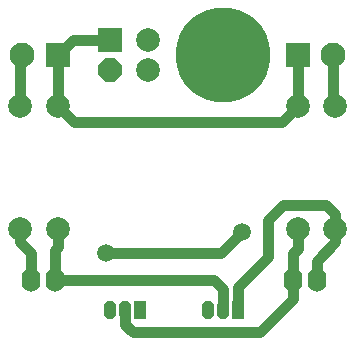
<source format=gbl>
G04*
G04 #@! TF.GenerationSoftware,Altium Limited,Altium Designer,18.1.6 (161)*
G04*
G04 Layer_Physical_Order=2*
G04 Layer_Color=16711680*
%FSLAX44Y44*%
%MOMM*%
G71*
G01*
G75*
%ADD31C,0.9000*%
%ADD32C,0.6350*%
%ADD33R,1.0000X1.5000*%
G04:AMPARAMS|DCode=34|XSize=1mm|YSize=1.5mm|CornerRadius=0mm|HoleSize=0mm|Usage=FLASHONLY|Rotation=180.000|XOffset=0mm|YOffset=0mm|HoleType=Round|Shape=Octagon|*
%AMOCTAGOND34*
4,1,8,0.2500,-0.7500,-0.2500,-0.7500,-0.5000,-0.5000,-0.5000,0.5000,-0.2500,0.7500,0.2500,0.7500,0.5000,0.5000,0.5000,-0.5000,0.2500,-0.7500,0.0*
%
%ADD34OCTAGOND34*%

%ADD35O,1.6000X2.0000*%
%ADD36R,2.0000X2.0000*%
%ADD37P,2.1648X8X292.5*%
%ADD38R,2.1000X2.1000*%
%ADD39C,2.1000*%
%ADD40C,2.0000*%
%ADD41C,8.0000*%
%ADD42C,1.5000*%
D31*
X104140Y86360D02*
X201710D01*
X219600Y104250D01*
X76200Y266700D02*
X107950D01*
X63500Y254000D02*
X76200Y266700D01*
X63500Y210500D02*
Y254000D01*
X298450Y107000D02*
Y118980D01*
X290430Y127000D02*
X298450Y118980D01*
X254000Y127000D02*
X290430D01*
X283050Y63500D02*
Y79850D01*
X298450Y95250D01*
Y107000D01*
X241300Y114300D02*
X254000Y127000D01*
X241300Y82550D02*
Y114300D01*
X215900Y57150D02*
X241300Y82550D01*
X215900Y38100D02*
Y57150D01*
X266700Y89850D02*
Y107000D01*
X263050Y86200D02*
X266700Y89850D01*
X296780Y212170D02*
Y254000D01*
X266700Y210500D02*
Y254000D01*
X77150Y196850D02*
X253050D01*
X266700Y210500D01*
X120650Y25400D02*
Y38100D01*
Y25400D02*
X127000Y19050D01*
X234950D01*
X263050Y47150D01*
X63500Y210500D02*
X77150Y196850D01*
X263050Y47150D02*
Y63500D01*
Y86200D01*
X31750Y95250D02*
Y107000D01*
Y95250D02*
X40800Y86200D01*
Y63500D02*
Y86200D01*
X203200Y38100D02*
Y55660D01*
X195360Y63500D02*
X203200Y55660D01*
X60800Y63500D02*
X195360D01*
X60800D02*
Y88900D01*
X63500Y91600D01*
Y107000D01*
X31750Y210500D02*
Y245980D01*
D32*
X296780Y212170D02*
X298450Y210500D01*
X31750Y245980D02*
X33420Y247650D01*
D33*
X215900Y38100D02*
D03*
X133350D02*
D03*
D34*
X203200D02*
D03*
X190500D02*
D03*
X120650D02*
D03*
X107950D02*
D03*
D35*
X263050Y63500D02*
D03*
X283050D02*
D03*
X60800D02*
D03*
X40800D02*
D03*
D36*
X107950Y266700D02*
D03*
D37*
Y241300D02*
D03*
D38*
X266700Y254000D02*
D03*
X63500D02*
D03*
D39*
X296780D02*
D03*
X33420D02*
D03*
D40*
X298450Y107000D02*
D03*
Y210500D02*
D03*
X266700Y107000D02*
D03*
Y210500D02*
D03*
X63500Y107000D02*
D03*
Y210500D02*
D03*
X31750Y107000D02*
D03*
Y210500D02*
D03*
X139700Y241300D02*
D03*
Y266700D02*
D03*
D41*
X203200Y254000D02*
D03*
D42*
X104140Y86360D02*
D03*
X219600Y104250D02*
D03*
M02*

</source>
